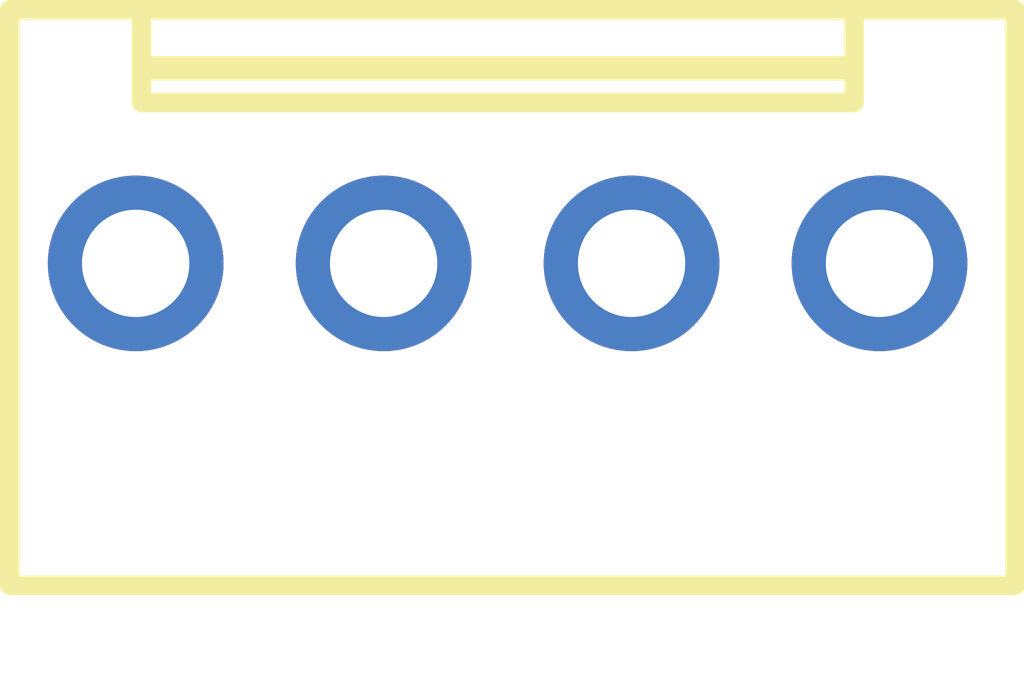
<source format=kicad_pcb>
(kicad_pcb (version 20241229) (generator "pcbnew") (generator_version "9.0")
  (layers (0 "F.Cu" signal) (2 "B.Cu" signal) (13 "F.Paste" user) (15 "B.Paste" user) (5 "F.SilkS" user "F.Silkscreen") (7 "B.SilkS" user "B.Silkscreen") (1 "F.Mask" user) (3 "B.Mask" user) (25 "Edge.Cuts" user))
  (net 0 "")
  (net 1 "hv")
  (net 2 "line-1")
  (net 3 "line")
  (net 4 "gnd")
  (footprint "HCTL_HC_2510_4A:CONN-TH_4P-P2.54_HCTL_HC-2510-4A" (layer "F.Cu") (at 0 0)
    (property "Reference" "CN1" (hide yes))
    (property "Value" "")
    (fp_line (start -5.1 -2.6) (end -5.1 3.3) (stroke (width 0.2)) (layer "F.SilkS"))
    (fp_line (start -5.1 -2.6) (end 5.2 -2.6) (stroke (width 0.2)) (layer "F.SilkS"))
    (fp_line (start -3.75 -2.55) (end -3.75 -1.65) (stroke (width 0.2)) (layer "F.SilkS"))
    (fp_line (start -3.7 -2) (end 3.5 -2) (stroke (width 0.25)) (layer "F.SilkS"))
    (fp_line (start 3.55 -2.55) (end 3.55 -1.65) (stroke (width 0.2)) (layer "F.SilkS"))
    (fp_line (start 3.55 -1.65) (end -3.75 -1.65) (stroke (width 0.2)) (layer "F.SilkS"))
    (fp_line (start 5.2 -2.6) (end 5.2 3.3) (stroke (width 0.2)) (layer "F.SilkS"))
    (fp_line (start 5.2 3.3) (end -5.1 3.3) (stroke (width 0.2)) (layer "F.SilkS"))
    (pad "1" thru_hole circle (at -3.81 0) (size 1.8 1.8) (drill 1.100023) (layers "*.Cu" "*.Mask") (net 2 "line-1"))
    (pad "2" thru_hole circle (at -1.27 0) (size 1.8 1.8) (drill 1.100023) (layers "*.Cu" "*.Mask") (net 3 "line"))
    (pad "3" thru_hole circle (at 1.27 0) (size 1.8 1.8) (drill 1.100023) (layers "*.Cu" "*.Mask") (net 1 "hv"))
    (pad "4" thru_hole circle (at 3.81 0) (size 1.8 1.8) (drill 1.100023) (layers "*.Cu" "*.Mask") (net 4 "gnd"))
  )
)
</source>
